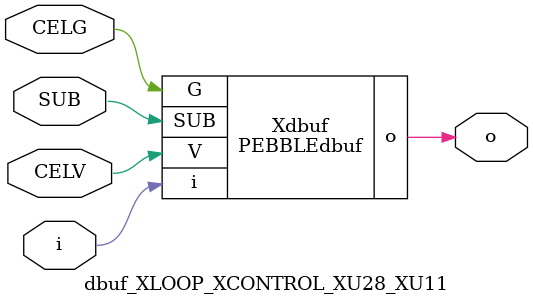
<source format=v>



module PEBBLEdbuf ( o, G, SUB, V, i );

  input V;
  input i;
  input G;
  output o;
  input SUB;
endmodule

//Celera Confidential Do Not Copy dbuf_XLOOP_XCONTROL_XU28_XU11
//Celera Confidential Symbol Generator
//Digital Buffer
module dbuf_XLOOP_XCONTROL_XU28_XU11 (CELV,CELG,i,o,SUB);
input CELV;
input CELG;
input i;
input SUB;
output o;

//Celera Confidential Do Not Copy dbuf
PEBBLEdbuf Xdbuf(
.V (CELV),
.i (i),
.o (o),
.SUB (SUB),
.G (CELG)
);
//,diesize,PEBBLEdbuf

//Celera Confidential Do Not Copy Module End
//Celera Schematic Generator
endmodule

</source>
